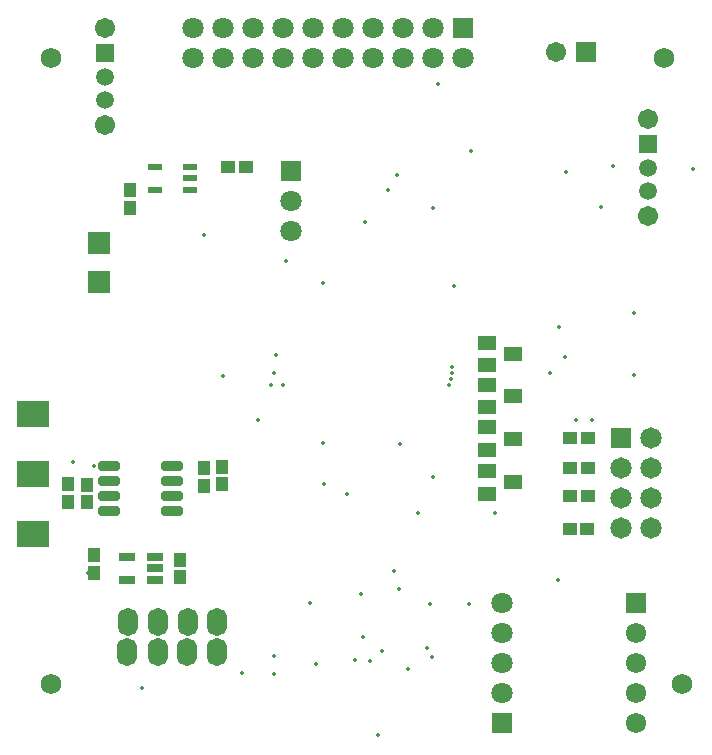
<source format=gbs>
G04*
G04 #@! TF.GenerationSoftware,Altium Limited,Altium Designer,20.2.5 (213)*
G04*
G04 Layer_Color=16711935*
%FSLAX44Y44*%
%MOMM*%
G71*
G04*
G04 #@! TF.SameCoordinates,282DB418-F996-4F6C-BFF3-864D386B2F46*
G04*
G04*
G04 #@! TF.FilePolarity,Negative*
G04*
G01*
G75*
%ADD38R,1.1811X0.5080*%
%ADD54R,1.1024X1.1524*%
%ADD55R,1.1524X1.1024*%
%ADD56R,1.9032X1.9032*%
%ADD66O,1.7272X2.3876*%
%ADD67R,1.8032X1.8032*%
%ADD68C,1.8032*%
%ADD69R,1.8032X1.8032*%
%ADD70C,1.7272*%
%ADD71R,1.7232X1.7232*%
%ADD72C,1.7232*%
%ADD73R,1.5112X1.5112*%
%ADD74C,1.5112*%
%ADD75C,1.7032*%
%ADD76R,2.7032X2.2032*%
%ADD77O,1.8032X1.8132*%
%ADD78R,1.8032X1.8132*%
%ADD79R,1.7032X1.7032*%
%ADD80C,0.3532*%
%ADD100R,1.6032X1.2032*%
G04:AMPARAMS|DCode=101|XSize=1.7832mm|YSize=0.8032mm|CornerRadius=0.1766mm|HoleSize=0mm|Usage=FLASHONLY|Rotation=180.000|XOffset=0mm|YOffset=0mm|HoleType=Round|Shape=RoundedRectangle|*
%AMROUNDEDRECTD101*
21,1,1.7832,0.4500,0,0,180.0*
21,1,1.4300,0.8032,0,0,180.0*
1,1,0.3532,-0.7150,0.2250*
1,1,0.3532,0.7150,0.2250*
1,1,0.3532,0.7150,-0.2250*
1,1,0.3532,-0.7150,-0.2250*
%
%ADD101ROUNDEDRECTD101*%
%ADD102R,1.4224X0.7112*%
D38*
X128841Y588620D02*
D03*
Y569620D02*
D03*
X158179D02*
D03*
Y579120D02*
D03*
Y588620D02*
D03*
D54*
X185420Y335040D02*
D03*
Y320040D02*
D03*
X170180Y318890D02*
D03*
Y333890D02*
D03*
X71120Y304800D02*
D03*
Y319800D02*
D03*
X55042Y305054D02*
D03*
Y320054D02*
D03*
X149860Y241420D02*
D03*
Y256420D02*
D03*
X77470Y260230D02*
D03*
Y245230D02*
D03*
X107950Y553960D02*
D03*
Y568960D02*
D03*
D55*
X495434Y359410D02*
D03*
X480434D02*
D03*
X495434Y334010D02*
D03*
X480434D02*
D03*
X495434Y309880D02*
D03*
X480434D02*
D03*
X494765Y282414D02*
D03*
X479765D02*
D03*
X205961Y589147D02*
D03*
X190961D02*
D03*
D56*
X81280Y491500D02*
D03*
Y524500D02*
D03*
D66*
X181610Y203200D02*
D03*
X156464D02*
D03*
X131318D02*
D03*
X105664D02*
D03*
X105410Y177800D02*
D03*
X130937D02*
D03*
X156210D02*
D03*
X181610D02*
D03*
D67*
X422910Y118110D02*
D03*
X243840Y585470D02*
D03*
D68*
X422910Y143510D02*
D03*
Y168910D02*
D03*
Y194310D02*
D03*
Y219710D02*
D03*
X364490Y706120D02*
D03*
X339090D02*
D03*
X313690D02*
D03*
X288290D02*
D03*
X262890D02*
D03*
X237490D02*
D03*
X212090D02*
D03*
X186690D02*
D03*
X161290D02*
D03*
Y680720D02*
D03*
X186690D02*
D03*
X212090D02*
D03*
X237490D02*
D03*
X262890D02*
D03*
X288290D02*
D03*
X313690D02*
D03*
X339090D02*
D03*
X364490D02*
D03*
X389890D02*
D03*
X243840Y534670D02*
D03*
Y560070D02*
D03*
D69*
X389890Y706120D02*
D03*
D70*
X560070Y680720D02*
D03*
X575310Y151130D02*
D03*
X40640D02*
D03*
Y680720D02*
D03*
D71*
X535940Y219710D02*
D03*
D72*
Y194310D02*
D03*
Y168910D02*
D03*
Y143510D02*
D03*
Y118110D02*
D03*
D73*
X86360Y685160D02*
D03*
X546100Y608330D02*
D03*
D74*
X86360Y665160D02*
D03*
Y645160D02*
D03*
X546100Y588330D02*
D03*
Y568330D02*
D03*
D75*
X86360Y706160D02*
D03*
Y624160D02*
D03*
X468630Y685800D02*
D03*
X546100Y629330D02*
D03*
Y547330D02*
D03*
D76*
X25400Y328930D02*
D03*
Y278130D02*
D03*
Y379857D02*
D03*
D77*
X548640Y359410D02*
D03*
Y334010D02*
D03*
Y308610D02*
D03*
Y283210D02*
D03*
X523240D02*
D03*
Y308610D02*
D03*
Y334010D02*
D03*
D78*
Y359410D02*
D03*
D79*
X494030Y685800D02*
D03*
D80*
X534670Y464820D02*
D03*
X476250Y427990D02*
D03*
X298450Y171323D02*
D03*
X303530Y227330D02*
D03*
X335280Y231140D02*
D03*
X361950Y218440D02*
D03*
X469900Y238760D02*
D03*
X229362Y159258D02*
D03*
Y174995D02*
D03*
X368300Y659130D02*
D03*
X363220Y173990D02*
D03*
X342900Y163830D02*
D03*
X304960Y190660D02*
D03*
X321368Y179128D02*
D03*
X331470Y246380D02*
D03*
X271310Y490690D02*
D03*
X236850Y404490D02*
D03*
X271310Y354800D02*
D03*
X336310Y354570D02*
D03*
X291310Y311873D02*
D03*
X306310Y542050D02*
D03*
X326390Y568960D02*
D03*
X379180Y409490D02*
D03*
X229870Y414020D02*
D03*
X227330Y403860D02*
D03*
X380610Y419490D02*
D03*
X231370Y429490D02*
D03*
X377820Y404490D02*
D03*
X380530Y414490D02*
D03*
X170180Y530860D02*
D03*
X364490Y326390D02*
D03*
X265430Y167640D02*
D03*
X359410Y181610D02*
D03*
X311150Y170180D02*
D03*
X317500Y107950D02*
D03*
X202674Y160764D02*
D03*
X351790Y295670D02*
D03*
X118110Y147320D02*
D03*
X271491Y320089D02*
D03*
X260350Y219710D02*
D03*
X394970Y218440D02*
D03*
X215900Y374650D02*
D03*
X584200Y586740D02*
D03*
X499110Y374650D02*
D03*
X516890Y589280D02*
D03*
X416996Y295474D02*
D03*
X71628Y245110D02*
D03*
X77470Y335280D02*
D03*
X59690Y339090D02*
D03*
X186690Y411480D02*
D03*
X240030Y509270D02*
D03*
X471170Y453390D02*
D03*
X485140Y374650D02*
D03*
X463550Y414020D02*
D03*
X534670Y412750D02*
D03*
X396240Y601980D02*
D03*
X382270Y487680D02*
D03*
X334010Y581660D02*
D03*
X364490Y553720D02*
D03*
X506730Y554990D02*
D03*
X476860Y584810D02*
D03*
D100*
X409465Y421030D02*
D03*
Y440030D02*
D03*
X431465Y430530D02*
D03*
Y321744D02*
D03*
X409465Y331244D02*
D03*
Y312244D02*
D03*
X431465Y358909D02*
D03*
X409465Y368410D02*
D03*
Y349409D02*
D03*
X431465Y394920D02*
D03*
X409465Y404420D02*
D03*
Y385420D02*
D03*
D101*
X143540Y335280D02*
D03*
Y322580D02*
D03*
Y309880D02*
D03*
Y297180D02*
D03*
X90140D02*
D03*
Y309880D02*
D03*
Y322580D02*
D03*
Y335280D02*
D03*
D102*
X129032Y258318D02*
D03*
Y248920D02*
D03*
Y239522D02*
D03*
X104648D02*
D03*
Y258318D02*
D03*
M02*

</source>
